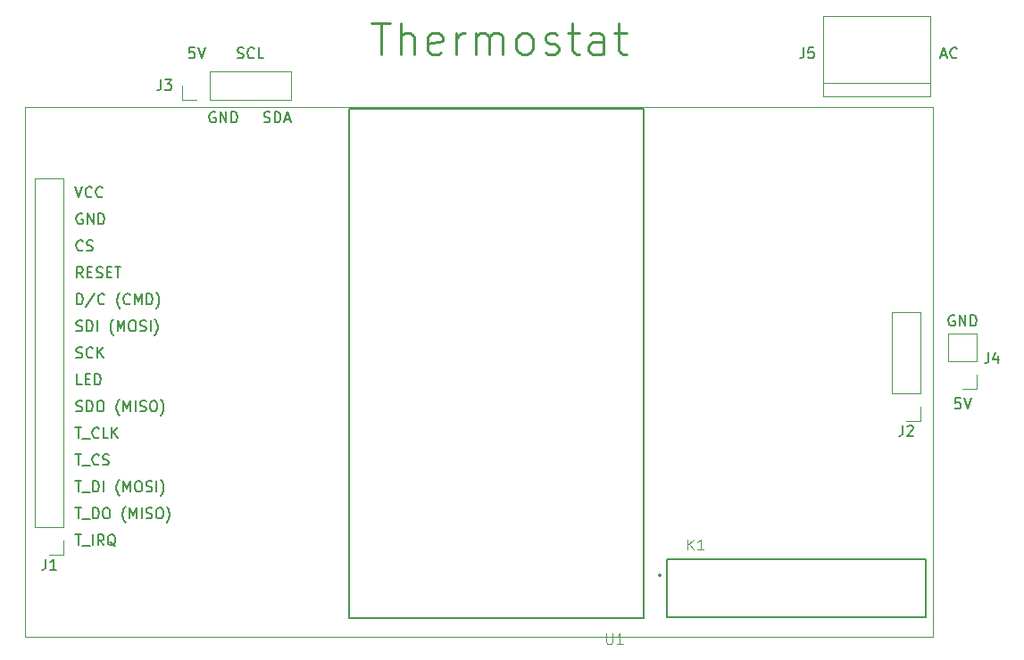
<source format=gbr>
G04 #@! TF.GenerationSoftware,KiCad,Pcbnew,5.1.4+dfsg1-1*
G04 #@! TF.CreationDate,2020-01-19T14:17:45-05:00*
G04 #@! TF.ProjectId,thermostat_master,74686572-6d6f-4737-9461-745f6d617374,rev?*
G04 #@! TF.SameCoordinates,Original*
G04 #@! TF.FileFunction,Legend,Top*
G04 #@! TF.FilePolarity,Positive*
%FSLAX46Y46*%
G04 Gerber Fmt 4.6, Leading zero omitted, Abs format (unit mm)*
G04 Created by KiCad (PCBNEW 5.1.4+dfsg1-1) date 2020-01-19 14:17:45*
%MOMM*%
%LPD*%
G04 APERTURE LIST*
%ADD10C,0.150000*%
%ADD11C,0.250000*%
%ADD12C,0.120000*%
%ADD13C,0.127000*%
%ADD14C,0.200000*%
%ADD15C,0.015000*%
G04 APERTURE END LIST*
D10*
X114746738Y-63460380D02*
X115080071Y-64460380D01*
X115413404Y-63460380D01*
X116318166Y-64365142D02*
X116270547Y-64412761D01*
X116127690Y-64460380D01*
X116032452Y-64460380D01*
X115889595Y-64412761D01*
X115794357Y-64317523D01*
X115746738Y-64222285D01*
X115699119Y-64031809D01*
X115699119Y-63888952D01*
X115746738Y-63698476D01*
X115794357Y-63603238D01*
X115889595Y-63508000D01*
X116032452Y-63460380D01*
X116127690Y-63460380D01*
X116270547Y-63508000D01*
X116318166Y-63555619D01*
X117318166Y-64365142D02*
X117270547Y-64412761D01*
X117127690Y-64460380D01*
X117032452Y-64460380D01*
X116889595Y-64412761D01*
X116794357Y-64317523D01*
X116746738Y-64222285D01*
X116699119Y-64031809D01*
X116699119Y-63888952D01*
X116746738Y-63698476D01*
X116794357Y-63603238D01*
X116889595Y-63508000D01*
X117032452Y-63460380D01*
X117127690Y-63460380D01*
X117270547Y-63508000D01*
X117318166Y-63555619D01*
X115461023Y-69445142D02*
X115413404Y-69492761D01*
X115270547Y-69540380D01*
X115175309Y-69540380D01*
X115032452Y-69492761D01*
X114937214Y-69397523D01*
X114889595Y-69302285D01*
X114841976Y-69111809D01*
X114841976Y-68968952D01*
X114889595Y-68778476D01*
X114937214Y-68683238D01*
X115032452Y-68588000D01*
X115175309Y-68540380D01*
X115270547Y-68540380D01*
X115413404Y-68588000D01*
X115461023Y-68635619D01*
X115841976Y-69492761D02*
X115984833Y-69540380D01*
X116222928Y-69540380D01*
X116318166Y-69492761D01*
X116365785Y-69445142D01*
X116413404Y-69349904D01*
X116413404Y-69254666D01*
X116365785Y-69159428D01*
X116318166Y-69111809D01*
X116222928Y-69064190D01*
X116032452Y-69016571D01*
X115937214Y-68968952D01*
X115889595Y-68921333D01*
X115841976Y-68826095D01*
X115841976Y-68730857D01*
X115889595Y-68635619D01*
X115937214Y-68588000D01*
X116032452Y-68540380D01*
X116270547Y-68540380D01*
X116413404Y-68588000D01*
X115461023Y-72080380D02*
X115127690Y-71604190D01*
X114889595Y-72080380D02*
X114889595Y-71080380D01*
X115270547Y-71080380D01*
X115365785Y-71128000D01*
X115413404Y-71175619D01*
X115461023Y-71270857D01*
X115461023Y-71413714D01*
X115413404Y-71508952D01*
X115365785Y-71556571D01*
X115270547Y-71604190D01*
X114889595Y-71604190D01*
X115889595Y-71556571D02*
X116222928Y-71556571D01*
X116365785Y-72080380D02*
X115889595Y-72080380D01*
X115889595Y-71080380D01*
X116365785Y-71080380D01*
X116746738Y-72032761D02*
X116889595Y-72080380D01*
X117127690Y-72080380D01*
X117222928Y-72032761D01*
X117270547Y-71985142D01*
X117318166Y-71889904D01*
X117318166Y-71794666D01*
X117270547Y-71699428D01*
X117222928Y-71651809D01*
X117127690Y-71604190D01*
X116937214Y-71556571D01*
X116841976Y-71508952D01*
X116794357Y-71461333D01*
X116746738Y-71366095D01*
X116746738Y-71270857D01*
X116794357Y-71175619D01*
X116841976Y-71128000D01*
X116937214Y-71080380D01*
X117175309Y-71080380D01*
X117318166Y-71128000D01*
X117746738Y-71556571D02*
X118080071Y-71556571D01*
X118222928Y-72080380D02*
X117746738Y-72080380D01*
X117746738Y-71080380D01*
X118222928Y-71080380D01*
X118508642Y-71080380D02*
X119080071Y-71080380D01*
X118794357Y-72080380D02*
X118794357Y-71080380D01*
X115413404Y-66048000D02*
X115318166Y-66000380D01*
X115175309Y-66000380D01*
X115032452Y-66048000D01*
X114937214Y-66143238D01*
X114889595Y-66238476D01*
X114841976Y-66428952D01*
X114841976Y-66571809D01*
X114889595Y-66762285D01*
X114937214Y-66857523D01*
X115032452Y-66952761D01*
X115175309Y-67000380D01*
X115270547Y-67000380D01*
X115413404Y-66952761D01*
X115461023Y-66905142D01*
X115461023Y-66571809D01*
X115270547Y-66571809D01*
X115889595Y-67000380D02*
X115889595Y-66000380D01*
X116461023Y-67000380D01*
X116461023Y-66000380D01*
X116937214Y-67000380D02*
X116937214Y-66000380D01*
X117175309Y-66000380D01*
X117318166Y-66048000D01*
X117413404Y-66143238D01*
X117461023Y-66238476D01*
X117508642Y-66428952D01*
X117508642Y-66571809D01*
X117461023Y-66762285D01*
X117413404Y-66857523D01*
X117318166Y-66952761D01*
X117175309Y-67000380D01*
X116937214Y-67000380D01*
X114841976Y-79652761D02*
X114984833Y-79700380D01*
X115222928Y-79700380D01*
X115318166Y-79652761D01*
X115365785Y-79605142D01*
X115413404Y-79509904D01*
X115413404Y-79414666D01*
X115365785Y-79319428D01*
X115318166Y-79271809D01*
X115222928Y-79224190D01*
X115032452Y-79176571D01*
X114937214Y-79128952D01*
X114889595Y-79081333D01*
X114841976Y-78986095D01*
X114841976Y-78890857D01*
X114889595Y-78795619D01*
X114937214Y-78748000D01*
X115032452Y-78700380D01*
X115270547Y-78700380D01*
X115413404Y-78748000D01*
X116413404Y-79605142D02*
X116365785Y-79652761D01*
X116222928Y-79700380D01*
X116127690Y-79700380D01*
X115984833Y-79652761D01*
X115889595Y-79557523D01*
X115841976Y-79462285D01*
X115794357Y-79271809D01*
X115794357Y-79128952D01*
X115841976Y-78938476D01*
X115889595Y-78843238D01*
X115984833Y-78748000D01*
X116127690Y-78700380D01*
X116222928Y-78700380D01*
X116365785Y-78748000D01*
X116413404Y-78795619D01*
X116841976Y-79700380D02*
X116841976Y-78700380D01*
X117413404Y-79700380D02*
X116984833Y-79128952D01*
X117413404Y-78700380D02*
X116841976Y-79271809D01*
X114841976Y-77112761D02*
X114984833Y-77160380D01*
X115222928Y-77160380D01*
X115318166Y-77112761D01*
X115365785Y-77065142D01*
X115413404Y-76969904D01*
X115413404Y-76874666D01*
X115365785Y-76779428D01*
X115318166Y-76731809D01*
X115222928Y-76684190D01*
X115032452Y-76636571D01*
X114937214Y-76588952D01*
X114889595Y-76541333D01*
X114841976Y-76446095D01*
X114841976Y-76350857D01*
X114889595Y-76255619D01*
X114937214Y-76208000D01*
X115032452Y-76160380D01*
X115270547Y-76160380D01*
X115413404Y-76208000D01*
X115841976Y-77160380D02*
X115841976Y-76160380D01*
X116080071Y-76160380D01*
X116222928Y-76208000D01*
X116318166Y-76303238D01*
X116365785Y-76398476D01*
X116413404Y-76588952D01*
X116413404Y-76731809D01*
X116365785Y-76922285D01*
X116318166Y-77017523D01*
X116222928Y-77112761D01*
X116080071Y-77160380D01*
X115841976Y-77160380D01*
X116841976Y-77160380D02*
X116841976Y-76160380D01*
X118365785Y-77541333D02*
X118318166Y-77493714D01*
X118222928Y-77350857D01*
X118175309Y-77255619D01*
X118127690Y-77112761D01*
X118080071Y-76874666D01*
X118080071Y-76684190D01*
X118127690Y-76446095D01*
X118175309Y-76303238D01*
X118222928Y-76208000D01*
X118318166Y-76065142D01*
X118365785Y-76017523D01*
X118746738Y-77160380D02*
X118746738Y-76160380D01*
X119080071Y-76874666D01*
X119413404Y-76160380D01*
X119413404Y-77160380D01*
X120080071Y-76160380D02*
X120270547Y-76160380D01*
X120365785Y-76208000D01*
X120461023Y-76303238D01*
X120508642Y-76493714D01*
X120508642Y-76827047D01*
X120461023Y-77017523D01*
X120365785Y-77112761D01*
X120270547Y-77160380D01*
X120080071Y-77160380D01*
X119984833Y-77112761D01*
X119889595Y-77017523D01*
X119841976Y-76827047D01*
X119841976Y-76493714D01*
X119889595Y-76303238D01*
X119984833Y-76208000D01*
X120080071Y-76160380D01*
X120889595Y-77112761D02*
X121032452Y-77160380D01*
X121270547Y-77160380D01*
X121365785Y-77112761D01*
X121413404Y-77065142D01*
X121461023Y-76969904D01*
X121461023Y-76874666D01*
X121413404Y-76779428D01*
X121365785Y-76731809D01*
X121270547Y-76684190D01*
X121080071Y-76636571D01*
X120984833Y-76588952D01*
X120937214Y-76541333D01*
X120889595Y-76446095D01*
X120889595Y-76350857D01*
X120937214Y-76255619D01*
X120984833Y-76208000D01*
X121080071Y-76160380D01*
X121318166Y-76160380D01*
X121461023Y-76208000D01*
X121889595Y-77160380D02*
X121889595Y-76160380D01*
X122270547Y-77541333D02*
X122318166Y-77493714D01*
X122413404Y-77350857D01*
X122461023Y-77255619D01*
X122508642Y-77112761D01*
X122556261Y-76874666D01*
X122556261Y-76684190D01*
X122508642Y-76446095D01*
X122461023Y-76303238D01*
X122413404Y-76208000D01*
X122318166Y-76065142D01*
X122270547Y-76017523D01*
X115365785Y-82240380D02*
X114889595Y-82240380D01*
X114889595Y-81240380D01*
X115699119Y-81716571D02*
X116032452Y-81716571D01*
X116175309Y-82240380D02*
X115699119Y-82240380D01*
X115699119Y-81240380D01*
X116175309Y-81240380D01*
X116603880Y-82240380D02*
X116603880Y-81240380D01*
X116841976Y-81240380D01*
X116984833Y-81288000D01*
X117080071Y-81383238D01*
X117127690Y-81478476D01*
X117175309Y-81668952D01*
X117175309Y-81811809D01*
X117127690Y-82002285D01*
X117080071Y-82097523D01*
X116984833Y-82192761D01*
X116841976Y-82240380D01*
X116603880Y-82240380D01*
X114841976Y-84732761D02*
X114984833Y-84780380D01*
X115222928Y-84780380D01*
X115318166Y-84732761D01*
X115365785Y-84685142D01*
X115413404Y-84589904D01*
X115413404Y-84494666D01*
X115365785Y-84399428D01*
X115318166Y-84351809D01*
X115222928Y-84304190D01*
X115032452Y-84256571D01*
X114937214Y-84208952D01*
X114889595Y-84161333D01*
X114841976Y-84066095D01*
X114841976Y-83970857D01*
X114889595Y-83875619D01*
X114937214Y-83828000D01*
X115032452Y-83780380D01*
X115270547Y-83780380D01*
X115413404Y-83828000D01*
X115841976Y-84780380D02*
X115841976Y-83780380D01*
X116080071Y-83780380D01*
X116222928Y-83828000D01*
X116318166Y-83923238D01*
X116365785Y-84018476D01*
X116413404Y-84208952D01*
X116413404Y-84351809D01*
X116365785Y-84542285D01*
X116318166Y-84637523D01*
X116222928Y-84732761D01*
X116080071Y-84780380D01*
X115841976Y-84780380D01*
X117032452Y-83780380D02*
X117222928Y-83780380D01*
X117318166Y-83828000D01*
X117413404Y-83923238D01*
X117461023Y-84113714D01*
X117461023Y-84447047D01*
X117413404Y-84637523D01*
X117318166Y-84732761D01*
X117222928Y-84780380D01*
X117032452Y-84780380D01*
X116937214Y-84732761D01*
X116841976Y-84637523D01*
X116794357Y-84447047D01*
X116794357Y-84113714D01*
X116841976Y-83923238D01*
X116937214Y-83828000D01*
X117032452Y-83780380D01*
X118937214Y-85161333D02*
X118889595Y-85113714D01*
X118794357Y-84970857D01*
X118746738Y-84875619D01*
X118699119Y-84732761D01*
X118651500Y-84494666D01*
X118651500Y-84304190D01*
X118699119Y-84066095D01*
X118746738Y-83923238D01*
X118794357Y-83828000D01*
X118889595Y-83685142D01*
X118937214Y-83637523D01*
X119318166Y-84780380D02*
X119318166Y-83780380D01*
X119651500Y-84494666D01*
X119984833Y-83780380D01*
X119984833Y-84780380D01*
X120461023Y-84780380D02*
X120461023Y-83780380D01*
X120889595Y-84732761D02*
X121032452Y-84780380D01*
X121270547Y-84780380D01*
X121365785Y-84732761D01*
X121413404Y-84685142D01*
X121461023Y-84589904D01*
X121461023Y-84494666D01*
X121413404Y-84399428D01*
X121365785Y-84351809D01*
X121270547Y-84304190D01*
X121080071Y-84256571D01*
X120984833Y-84208952D01*
X120937214Y-84161333D01*
X120889595Y-84066095D01*
X120889595Y-83970857D01*
X120937214Y-83875619D01*
X120984833Y-83828000D01*
X121080071Y-83780380D01*
X121318166Y-83780380D01*
X121461023Y-83828000D01*
X122080071Y-83780380D02*
X122270547Y-83780380D01*
X122365785Y-83828000D01*
X122461023Y-83923238D01*
X122508642Y-84113714D01*
X122508642Y-84447047D01*
X122461023Y-84637523D01*
X122365785Y-84732761D01*
X122270547Y-84780380D01*
X122080071Y-84780380D01*
X121984833Y-84732761D01*
X121889595Y-84637523D01*
X121841976Y-84447047D01*
X121841976Y-84113714D01*
X121889595Y-83923238D01*
X121984833Y-83828000D01*
X122080071Y-83780380D01*
X122841976Y-85161333D02*
X122889595Y-85113714D01*
X122984833Y-84970857D01*
X123032452Y-84875619D01*
X123080071Y-84732761D01*
X123127690Y-84494666D01*
X123127690Y-84304190D01*
X123080071Y-84066095D01*
X123032452Y-83923238D01*
X122984833Y-83828000D01*
X122889595Y-83685142D01*
X122841976Y-83637523D01*
X114889595Y-74620380D02*
X114889595Y-73620380D01*
X115127690Y-73620380D01*
X115270547Y-73668000D01*
X115365785Y-73763238D01*
X115413404Y-73858476D01*
X115461023Y-74048952D01*
X115461023Y-74191809D01*
X115413404Y-74382285D01*
X115365785Y-74477523D01*
X115270547Y-74572761D01*
X115127690Y-74620380D01*
X114889595Y-74620380D01*
X116603880Y-73572761D02*
X115746738Y-74858476D01*
X117508642Y-74525142D02*
X117461023Y-74572761D01*
X117318166Y-74620380D01*
X117222928Y-74620380D01*
X117080071Y-74572761D01*
X116984833Y-74477523D01*
X116937214Y-74382285D01*
X116889595Y-74191809D01*
X116889595Y-74048952D01*
X116937214Y-73858476D01*
X116984833Y-73763238D01*
X117080071Y-73668000D01*
X117222928Y-73620380D01*
X117318166Y-73620380D01*
X117461023Y-73668000D01*
X117508642Y-73715619D01*
X118984833Y-75001333D02*
X118937214Y-74953714D01*
X118841976Y-74810857D01*
X118794357Y-74715619D01*
X118746738Y-74572761D01*
X118699119Y-74334666D01*
X118699119Y-74144190D01*
X118746738Y-73906095D01*
X118794357Y-73763238D01*
X118841976Y-73668000D01*
X118937214Y-73525142D01*
X118984833Y-73477523D01*
X119937214Y-74525142D02*
X119889595Y-74572761D01*
X119746738Y-74620380D01*
X119651500Y-74620380D01*
X119508642Y-74572761D01*
X119413404Y-74477523D01*
X119365785Y-74382285D01*
X119318166Y-74191809D01*
X119318166Y-74048952D01*
X119365785Y-73858476D01*
X119413404Y-73763238D01*
X119508642Y-73668000D01*
X119651500Y-73620380D01*
X119746738Y-73620380D01*
X119889595Y-73668000D01*
X119937214Y-73715619D01*
X120365785Y-74620380D02*
X120365785Y-73620380D01*
X120699119Y-74334666D01*
X121032452Y-73620380D01*
X121032452Y-74620380D01*
X121508642Y-74620380D02*
X121508642Y-73620380D01*
X121746738Y-73620380D01*
X121889595Y-73668000D01*
X121984833Y-73763238D01*
X122032452Y-73858476D01*
X122080071Y-74048952D01*
X122080071Y-74191809D01*
X122032452Y-74382285D01*
X121984833Y-74477523D01*
X121889595Y-74572761D01*
X121746738Y-74620380D01*
X121508642Y-74620380D01*
X122413404Y-75001333D02*
X122461023Y-74953714D01*
X122556261Y-74810857D01*
X122603880Y-74715619D01*
X122651500Y-74572761D01*
X122699119Y-74334666D01*
X122699119Y-74144190D01*
X122651500Y-73906095D01*
X122603880Y-73763238D01*
X122556261Y-73668000D01*
X122461023Y-73525142D01*
X122413404Y-73477523D01*
X114746738Y-86320380D02*
X115318166Y-86320380D01*
X115032452Y-87320380D02*
X115032452Y-86320380D01*
X115413404Y-87415619D02*
X116175309Y-87415619D01*
X116984833Y-87225142D02*
X116937214Y-87272761D01*
X116794357Y-87320380D01*
X116699119Y-87320380D01*
X116556261Y-87272761D01*
X116461023Y-87177523D01*
X116413404Y-87082285D01*
X116365785Y-86891809D01*
X116365785Y-86748952D01*
X116413404Y-86558476D01*
X116461023Y-86463238D01*
X116556261Y-86368000D01*
X116699119Y-86320380D01*
X116794357Y-86320380D01*
X116937214Y-86368000D01*
X116984833Y-86415619D01*
X117889595Y-87320380D02*
X117413404Y-87320380D01*
X117413404Y-86320380D01*
X118222928Y-87320380D02*
X118222928Y-86320380D01*
X118794357Y-87320380D02*
X118365785Y-86748952D01*
X118794357Y-86320380D02*
X118222928Y-86891809D01*
X114746738Y-88860380D02*
X115318166Y-88860380D01*
X115032452Y-89860380D02*
X115032452Y-88860380D01*
X115413404Y-89955619D02*
X116175309Y-89955619D01*
X116984833Y-89765142D02*
X116937214Y-89812761D01*
X116794357Y-89860380D01*
X116699119Y-89860380D01*
X116556261Y-89812761D01*
X116461023Y-89717523D01*
X116413404Y-89622285D01*
X116365785Y-89431809D01*
X116365785Y-89288952D01*
X116413404Y-89098476D01*
X116461023Y-89003238D01*
X116556261Y-88908000D01*
X116699119Y-88860380D01*
X116794357Y-88860380D01*
X116937214Y-88908000D01*
X116984833Y-88955619D01*
X117365785Y-89812761D02*
X117508642Y-89860380D01*
X117746738Y-89860380D01*
X117841976Y-89812761D01*
X117889595Y-89765142D01*
X117937214Y-89669904D01*
X117937214Y-89574666D01*
X117889595Y-89479428D01*
X117841976Y-89431809D01*
X117746738Y-89384190D01*
X117556261Y-89336571D01*
X117461023Y-89288952D01*
X117413404Y-89241333D01*
X117365785Y-89146095D01*
X117365785Y-89050857D01*
X117413404Y-88955619D01*
X117461023Y-88908000D01*
X117556261Y-88860380D01*
X117794357Y-88860380D01*
X117937214Y-88908000D01*
X114746738Y-91400380D02*
X115318166Y-91400380D01*
X115032452Y-92400380D02*
X115032452Y-91400380D01*
X115413404Y-92495619D02*
X116175309Y-92495619D01*
X116413404Y-92400380D02*
X116413404Y-91400380D01*
X116651500Y-91400380D01*
X116794357Y-91448000D01*
X116889595Y-91543238D01*
X116937214Y-91638476D01*
X116984833Y-91828952D01*
X116984833Y-91971809D01*
X116937214Y-92162285D01*
X116889595Y-92257523D01*
X116794357Y-92352761D01*
X116651500Y-92400380D01*
X116413404Y-92400380D01*
X117413404Y-92400380D02*
X117413404Y-91400380D01*
X118937214Y-92781333D02*
X118889595Y-92733714D01*
X118794357Y-92590857D01*
X118746738Y-92495619D01*
X118699119Y-92352761D01*
X118651500Y-92114666D01*
X118651500Y-91924190D01*
X118699119Y-91686095D01*
X118746738Y-91543238D01*
X118794357Y-91448000D01*
X118889595Y-91305142D01*
X118937214Y-91257523D01*
X119318166Y-92400380D02*
X119318166Y-91400380D01*
X119651500Y-92114666D01*
X119984833Y-91400380D01*
X119984833Y-92400380D01*
X120651500Y-91400380D02*
X120841976Y-91400380D01*
X120937214Y-91448000D01*
X121032452Y-91543238D01*
X121080071Y-91733714D01*
X121080071Y-92067047D01*
X121032452Y-92257523D01*
X120937214Y-92352761D01*
X120841976Y-92400380D01*
X120651500Y-92400380D01*
X120556261Y-92352761D01*
X120461023Y-92257523D01*
X120413404Y-92067047D01*
X120413404Y-91733714D01*
X120461023Y-91543238D01*
X120556261Y-91448000D01*
X120651500Y-91400380D01*
X121461023Y-92352761D02*
X121603880Y-92400380D01*
X121841976Y-92400380D01*
X121937214Y-92352761D01*
X121984833Y-92305142D01*
X122032452Y-92209904D01*
X122032452Y-92114666D01*
X121984833Y-92019428D01*
X121937214Y-91971809D01*
X121841976Y-91924190D01*
X121651500Y-91876571D01*
X121556261Y-91828952D01*
X121508642Y-91781333D01*
X121461023Y-91686095D01*
X121461023Y-91590857D01*
X121508642Y-91495619D01*
X121556261Y-91448000D01*
X121651500Y-91400380D01*
X121889595Y-91400380D01*
X122032452Y-91448000D01*
X122461023Y-92400380D02*
X122461023Y-91400380D01*
X122841976Y-92781333D02*
X122889595Y-92733714D01*
X122984833Y-92590857D01*
X123032452Y-92495619D01*
X123080071Y-92352761D01*
X123127690Y-92114666D01*
X123127690Y-91924190D01*
X123080071Y-91686095D01*
X123032452Y-91543238D01*
X122984833Y-91448000D01*
X122889595Y-91305142D01*
X122841976Y-91257523D01*
D11*
X142868571Y-47887142D02*
X144582857Y-47887142D01*
X143725714Y-50887142D02*
X143725714Y-47887142D01*
X145582857Y-50887142D02*
X145582857Y-47887142D01*
X146868571Y-50887142D02*
X146868571Y-49315714D01*
X146725714Y-49030000D01*
X146440000Y-48887142D01*
X146011428Y-48887142D01*
X145725714Y-49030000D01*
X145582857Y-49172857D01*
X149440000Y-50744285D02*
X149154285Y-50887142D01*
X148582857Y-50887142D01*
X148297142Y-50744285D01*
X148154285Y-50458571D01*
X148154285Y-49315714D01*
X148297142Y-49030000D01*
X148582857Y-48887142D01*
X149154285Y-48887142D01*
X149440000Y-49030000D01*
X149582857Y-49315714D01*
X149582857Y-49601428D01*
X148154285Y-49887142D01*
X150868571Y-50887142D02*
X150868571Y-48887142D01*
X150868571Y-49458571D02*
X151011428Y-49172857D01*
X151154285Y-49030000D01*
X151440000Y-48887142D01*
X151725714Y-48887142D01*
X152725714Y-50887142D02*
X152725714Y-48887142D01*
X152725714Y-49172857D02*
X152868571Y-49030000D01*
X153154285Y-48887142D01*
X153582857Y-48887142D01*
X153868571Y-49030000D01*
X154011428Y-49315714D01*
X154011428Y-50887142D01*
X154011428Y-49315714D02*
X154154285Y-49030000D01*
X154440000Y-48887142D01*
X154868571Y-48887142D01*
X155154285Y-49030000D01*
X155297142Y-49315714D01*
X155297142Y-50887142D01*
X157154285Y-50887142D02*
X156868571Y-50744285D01*
X156725714Y-50601428D01*
X156582857Y-50315714D01*
X156582857Y-49458571D01*
X156725714Y-49172857D01*
X156868571Y-49030000D01*
X157154285Y-48887142D01*
X157582857Y-48887142D01*
X157868571Y-49030000D01*
X158011428Y-49172857D01*
X158154285Y-49458571D01*
X158154285Y-50315714D01*
X158011428Y-50601428D01*
X157868571Y-50744285D01*
X157582857Y-50887142D01*
X157154285Y-50887142D01*
X159297142Y-50744285D02*
X159582857Y-50887142D01*
X160154285Y-50887142D01*
X160440000Y-50744285D01*
X160582857Y-50458571D01*
X160582857Y-50315714D01*
X160440000Y-50030000D01*
X160154285Y-49887142D01*
X159725714Y-49887142D01*
X159440000Y-49744285D01*
X159297142Y-49458571D01*
X159297142Y-49315714D01*
X159440000Y-49030000D01*
X159725714Y-48887142D01*
X160154285Y-48887142D01*
X160440000Y-49030000D01*
X161440000Y-48887142D02*
X162582857Y-48887142D01*
X161868571Y-47887142D02*
X161868571Y-50458571D01*
X162011428Y-50744285D01*
X162297142Y-50887142D01*
X162582857Y-50887142D01*
X164868571Y-50887142D02*
X164868571Y-49315714D01*
X164725714Y-49030000D01*
X164440000Y-48887142D01*
X163868571Y-48887142D01*
X163582857Y-49030000D01*
X164868571Y-50744285D02*
X164582857Y-50887142D01*
X163868571Y-50887142D01*
X163582857Y-50744285D01*
X163440000Y-50458571D01*
X163440000Y-50172857D01*
X163582857Y-49887142D01*
X163868571Y-49744285D01*
X164582857Y-49744285D01*
X164868571Y-49601428D01*
X165868571Y-48887142D02*
X167011428Y-48887142D01*
X166297142Y-47887142D02*
X166297142Y-50458571D01*
X166440000Y-50744285D01*
X166725714Y-50887142D01*
X167011428Y-50887142D01*
D10*
X114746738Y-93940380D02*
X115318166Y-93940380D01*
X115032452Y-94940380D02*
X115032452Y-93940380D01*
X115413404Y-95035619D02*
X116175309Y-95035619D01*
X116413404Y-94940380D02*
X116413404Y-93940380D01*
X116651500Y-93940380D01*
X116794357Y-93988000D01*
X116889595Y-94083238D01*
X116937214Y-94178476D01*
X116984833Y-94368952D01*
X116984833Y-94511809D01*
X116937214Y-94702285D01*
X116889595Y-94797523D01*
X116794357Y-94892761D01*
X116651500Y-94940380D01*
X116413404Y-94940380D01*
X117603880Y-93940380D02*
X117794357Y-93940380D01*
X117889595Y-93988000D01*
X117984833Y-94083238D01*
X118032452Y-94273714D01*
X118032452Y-94607047D01*
X117984833Y-94797523D01*
X117889595Y-94892761D01*
X117794357Y-94940380D01*
X117603880Y-94940380D01*
X117508642Y-94892761D01*
X117413404Y-94797523D01*
X117365785Y-94607047D01*
X117365785Y-94273714D01*
X117413404Y-94083238D01*
X117508642Y-93988000D01*
X117603880Y-93940380D01*
X119508642Y-95321333D02*
X119461023Y-95273714D01*
X119365785Y-95130857D01*
X119318166Y-95035619D01*
X119270547Y-94892761D01*
X119222928Y-94654666D01*
X119222928Y-94464190D01*
X119270547Y-94226095D01*
X119318166Y-94083238D01*
X119365785Y-93988000D01*
X119461023Y-93845142D01*
X119508642Y-93797523D01*
X119889595Y-94940380D02*
X119889595Y-93940380D01*
X120222928Y-94654666D01*
X120556261Y-93940380D01*
X120556261Y-94940380D01*
X121032452Y-94940380D02*
X121032452Y-93940380D01*
X121461023Y-94892761D02*
X121603880Y-94940380D01*
X121841976Y-94940380D01*
X121937214Y-94892761D01*
X121984833Y-94845142D01*
X122032452Y-94749904D01*
X122032452Y-94654666D01*
X121984833Y-94559428D01*
X121937214Y-94511809D01*
X121841976Y-94464190D01*
X121651500Y-94416571D01*
X121556261Y-94368952D01*
X121508642Y-94321333D01*
X121461023Y-94226095D01*
X121461023Y-94130857D01*
X121508642Y-94035619D01*
X121556261Y-93988000D01*
X121651500Y-93940380D01*
X121889595Y-93940380D01*
X122032452Y-93988000D01*
X122651500Y-93940380D02*
X122841976Y-93940380D01*
X122937214Y-93988000D01*
X123032452Y-94083238D01*
X123080071Y-94273714D01*
X123080071Y-94607047D01*
X123032452Y-94797523D01*
X122937214Y-94892761D01*
X122841976Y-94940380D01*
X122651500Y-94940380D01*
X122556261Y-94892761D01*
X122461023Y-94797523D01*
X122413404Y-94607047D01*
X122413404Y-94273714D01*
X122461023Y-94083238D01*
X122556261Y-93988000D01*
X122651500Y-93940380D01*
X123413404Y-95321333D02*
X123461023Y-95273714D01*
X123556261Y-95130857D01*
X123603880Y-95035619D01*
X123651500Y-94892761D01*
X123699119Y-94654666D01*
X123699119Y-94464190D01*
X123651500Y-94226095D01*
X123603880Y-94083238D01*
X123556261Y-93988000D01*
X123461023Y-93845142D01*
X123413404Y-93797523D01*
X114746738Y-96480380D02*
X115318166Y-96480380D01*
X115032452Y-97480380D02*
X115032452Y-96480380D01*
X115413404Y-97575619D02*
X116175309Y-97575619D01*
X116413404Y-97480380D02*
X116413404Y-96480380D01*
X117461023Y-97480380D02*
X117127690Y-97004190D01*
X116889595Y-97480380D02*
X116889595Y-96480380D01*
X117270547Y-96480380D01*
X117365785Y-96528000D01*
X117413404Y-96575619D01*
X117461023Y-96670857D01*
X117461023Y-96813714D01*
X117413404Y-96908952D01*
X117365785Y-96956571D01*
X117270547Y-97004190D01*
X116889595Y-97004190D01*
X118556261Y-97575619D02*
X118461023Y-97528000D01*
X118365785Y-97432761D01*
X118222928Y-97289904D01*
X118127690Y-97242285D01*
X118032452Y-97242285D01*
X118080071Y-97480380D02*
X117984833Y-97432761D01*
X117889595Y-97337523D01*
X117841976Y-97147047D01*
X117841976Y-96813714D01*
X117889595Y-96623238D01*
X117984833Y-96528000D01*
X118080071Y-96480380D01*
X118270547Y-96480380D01*
X118365785Y-96528000D01*
X118461023Y-96623238D01*
X118508642Y-96813714D01*
X118508642Y-97147047D01*
X118461023Y-97337523D01*
X118365785Y-97432761D01*
X118270547Y-97480380D01*
X118080071Y-97480380D01*
X132643714Y-57300761D02*
X132786571Y-57348380D01*
X133024666Y-57348380D01*
X133119904Y-57300761D01*
X133167523Y-57253142D01*
X133215142Y-57157904D01*
X133215142Y-57062666D01*
X133167523Y-56967428D01*
X133119904Y-56919809D01*
X133024666Y-56872190D01*
X132834190Y-56824571D01*
X132738952Y-56776952D01*
X132691333Y-56729333D01*
X132643714Y-56634095D01*
X132643714Y-56538857D01*
X132691333Y-56443619D01*
X132738952Y-56396000D01*
X132834190Y-56348380D01*
X133072285Y-56348380D01*
X133215142Y-56396000D01*
X133643714Y-57348380D02*
X133643714Y-56348380D01*
X133881809Y-56348380D01*
X134024666Y-56396000D01*
X134119904Y-56491238D01*
X134167523Y-56586476D01*
X134215142Y-56776952D01*
X134215142Y-56919809D01*
X134167523Y-57110285D01*
X134119904Y-57205523D01*
X134024666Y-57300761D01*
X133881809Y-57348380D01*
X133643714Y-57348380D01*
X134596095Y-57062666D02*
X135072285Y-57062666D01*
X134500857Y-57348380D02*
X134834190Y-56348380D01*
X135167523Y-57348380D01*
X128016095Y-56396000D02*
X127920857Y-56348380D01*
X127778000Y-56348380D01*
X127635142Y-56396000D01*
X127539904Y-56491238D01*
X127492285Y-56586476D01*
X127444666Y-56776952D01*
X127444666Y-56919809D01*
X127492285Y-57110285D01*
X127539904Y-57205523D01*
X127635142Y-57300761D01*
X127778000Y-57348380D01*
X127873238Y-57348380D01*
X128016095Y-57300761D01*
X128063714Y-57253142D01*
X128063714Y-56919809D01*
X127873238Y-56919809D01*
X128492285Y-57348380D02*
X128492285Y-56348380D01*
X129063714Y-57348380D01*
X129063714Y-56348380D01*
X129539904Y-57348380D02*
X129539904Y-56348380D01*
X129778000Y-56348380D01*
X129920857Y-56396000D01*
X130016095Y-56491238D01*
X130063714Y-56586476D01*
X130111333Y-56776952D01*
X130111333Y-56919809D01*
X130063714Y-57110285D01*
X130016095Y-57205523D01*
X129920857Y-57300761D01*
X129778000Y-57348380D01*
X129539904Y-57348380D01*
X130127523Y-51204761D02*
X130270380Y-51252380D01*
X130508476Y-51252380D01*
X130603714Y-51204761D01*
X130651333Y-51157142D01*
X130698952Y-51061904D01*
X130698952Y-50966666D01*
X130651333Y-50871428D01*
X130603714Y-50823809D01*
X130508476Y-50776190D01*
X130318000Y-50728571D01*
X130222761Y-50680952D01*
X130175142Y-50633333D01*
X130127523Y-50538095D01*
X130127523Y-50442857D01*
X130175142Y-50347619D01*
X130222761Y-50300000D01*
X130318000Y-50252380D01*
X130556095Y-50252380D01*
X130698952Y-50300000D01*
X131698952Y-51157142D02*
X131651333Y-51204761D01*
X131508476Y-51252380D01*
X131413238Y-51252380D01*
X131270380Y-51204761D01*
X131175142Y-51109523D01*
X131127523Y-51014285D01*
X131079904Y-50823809D01*
X131079904Y-50680952D01*
X131127523Y-50490476D01*
X131175142Y-50395238D01*
X131270380Y-50300000D01*
X131413238Y-50252380D01*
X131508476Y-50252380D01*
X131651333Y-50300000D01*
X131698952Y-50347619D01*
X132603714Y-51252380D02*
X132127523Y-51252380D01*
X132127523Y-50252380D01*
X126047523Y-50252380D02*
X125571333Y-50252380D01*
X125523714Y-50728571D01*
X125571333Y-50680952D01*
X125666571Y-50633333D01*
X125904666Y-50633333D01*
X125999904Y-50680952D01*
X126047523Y-50728571D01*
X126095142Y-50823809D01*
X126095142Y-51061904D01*
X126047523Y-51157142D01*
X125999904Y-51204761D01*
X125904666Y-51252380D01*
X125666571Y-51252380D01*
X125571333Y-51204761D01*
X125523714Y-51157142D01*
X126380857Y-50252380D02*
X126714190Y-51252380D01*
X127047523Y-50252380D01*
X196873904Y-50966666D02*
X197350095Y-50966666D01*
X196778666Y-51252380D02*
X197112000Y-50252380D01*
X197445333Y-51252380D01*
X198350095Y-51157142D02*
X198302476Y-51204761D01*
X198159619Y-51252380D01*
X198064380Y-51252380D01*
X197921523Y-51204761D01*
X197826285Y-51109523D01*
X197778666Y-51014285D01*
X197731047Y-50823809D01*
X197731047Y-50680952D01*
X197778666Y-50490476D01*
X197826285Y-50395238D01*
X197921523Y-50300000D01*
X198064380Y-50252380D01*
X198159619Y-50252380D01*
X198302476Y-50300000D01*
X198350095Y-50347619D01*
X198691523Y-83526380D02*
X198215333Y-83526380D01*
X198167714Y-84002571D01*
X198215333Y-83954952D01*
X198310571Y-83907333D01*
X198548666Y-83907333D01*
X198643904Y-83954952D01*
X198691523Y-84002571D01*
X198739142Y-84097809D01*
X198739142Y-84335904D01*
X198691523Y-84431142D01*
X198643904Y-84478761D01*
X198548666Y-84526380D01*
X198310571Y-84526380D01*
X198215333Y-84478761D01*
X198167714Y-84431142D01*
X199024857Y-83526380D02*
X199358190Y-84526380D01*
X199691523Y-83526380D01*
X198120095Y-75700000D02*
X198024857Y-75652380D01*
X197882000Y-75652380D01*
X197739142Y-75700000D01*
X197643904Y-75795238D01*
X197596285Y-75890476D01*
X197548666Y-76080952D01*
X197548666Y-76223809D01*
X197596285Y-76414285D01*
X197643904Y-76509523D01*
X197739142Y-76604761D01*
X197882000Y-76652380D01*
X197977238Y-76652380D01*
X198120095Y-76604761D01*
X198167714Y-76557142D01*
X198167714Y-76223809D01*
X197977238Y-76223809D01*
X198596285Y-76652380D02*
X198596285Y-75652380D01*
X199167714Y-76652380D01*
X199167714Y-75652380D01*
X199643904Y-76652380D02*
X199643904Y-75652380D01*
X199882000Y-75652380D01*
X200024857Y-75700000D01*
X200120095Y-75795238D01*
X200167714Y-75890476D01*
X200215333Y-76080952D01*
X200215333Y-76223809D01*
X200167714Y-76414285D01*
X200120095Y-76509523D01*
X200024857Y-76604761D01*
X199882000Y-76652380D01*
X199643904Y-76652380D01*
D12*
X109982000Y-106172000D02*
X196088000Y-106172000D01*
X196088000Y-55880000D02*
X196088000Y-106172000D01*
X109982000Y-55880000D02*
X196088000Y-55880000D01*
X109982000Y-106172000D02*
X109982000Y-55880000D01*
X113598000Y-62678000D02*
X110938000Y-62678000D01*
X113598000Y-95758000D02*
X113598000Y-62678000D01*
X110938000Y-95758000D02*
X110938000Y-62678000D01*
X113598000Y-95758000D02*
X110938000Y-95758000D01*
X113598000Y-97028000D02*
X113598000Y-98358000D01*
X113598000Y-98358000D02*
X112268000Y-98358000D01*
X194878000Y-75378000D02*
X192218000Y-75378000D01*
X194878000Y-83058000D02*
X194878000Y-75378000D01*
X192218000Y-83058000D02*
X192218000Y-75378000D01*
X194878000Y-83058000D02*
X192218000Y-83058000D01*
X194878000Y-84328000D02*
X194878000Y-85658000D01*
X194878000Y-85658000D02*
X193548000Y-85658000D01*
X124908000Y-55178000D02*
X124908000Y-53848000D01*
X126238000Y-55178000D02*
X124908000Y-55178000D01*
X127508000Y-55178000D02*
X127508000Y-52518000D01*
X127508000Y-52518000D02*
X135188000Y-52518000D01*
X127508000Y-55178000D02*
X135188000Y-55178000D01*
X135188000Y-55178000D02*
X135188000Y-52518000D01*
X200212000Y-77410000D02*
X197552000Y-77410000D01*
X200212000Y-80010000D02*
X200212000Y-77410000D01*
X197552000Y-80010000D02*
X197552000Y-77410000D01*
X200212000Y-80010000D02*
X197552000Y-80010000D01*
X200212000Y-81280000D02*
X200212000Y-82610000D01*
X200212000Y-82610000D02*
X198882000Y-82610000D01*
X195834000Y-53594000D02*
X185674000Y-53594000D01*
X195834000Y-54864000D02*
X195834000Y-47244000D01*
X195834000Y-47244000D02*
X185674000Y-47244000D01*
X185674000Y-47244000D02*
X185674000Y-54864000D01*
X185674000Y-54864000D02*
X195834000Y-54864000D01*
D13*
X195384000Y-98850000D02*
X170884000Y-98850000D01*
X170884000Y-98850000D02*
X170884000Y-104350000D01*
X170884000Y-104350000D02*
X195384000Y-104350000D01*
X195384000Y-104350000D02*
X195384000Y-98850000D01*
D14*
X170280000Y-100330000D02*
G75*
G03X170280000Y-100330000I-100000J0D01*
G01*
D13*
X168636000Y-56062000D02*
X168656000Y-104394000D01*
X168656000Y-104394000D02*
X140756000Y-104394000D01*
X140716000Y-104394000D02*
X140736000Y-56062000D01*
X140736000Y-56062000D02*
X168636000Y-56062000D01*
D10*
X111934666Y-98810380D02*
X111934666Y-99524666D01*
X111887047Y-99667523D01*
X111791809Y-99762761D01*
X111648952Y-99810380D01*
X111553714Y-99810380D01*
X112934666Y-99810380D02*
X112363238Y-99810380D01*
X112648952Y-99810380D02*
X112648952Y-98810380D01*
X112553714Y-98953238D01*
X112458476Y-99048476D01*
X112363238Y-99096095D01*
X193214666Y-86110380D02*
X193214666Y-86824666D01*
X193167047Y-86967523D01*
X193071809Y-87062761D01*
X192928952Y-87110380D01*
X192833714Y-87110380D01*
X193643238Y-86205619D02*
X193690857Y-86158000D01*
X193786095Y-86110380D01*
X194024190Y-86110380D01*
X194119428Y-86158000D01*
X194167047Y-86205619D01*
X194214666Y-86300857D01*
X194214666Y-86396095D01*
X194167047Y-86538952D01*
X193595619Y-87110380D01*
X194214666Y-87110380D01*
X122856666Y-53300380D02*
X122856666Y-54014666D01*
X122809047Y-54157523D01*
X122713809Y-54252761D01*
X122570952Y-54300380D01*
X122475714Y-54300380D01*
X123237619Y-53300380D02*
X123856666Y-53300380D01*
X123523333Y-53681333D01*
X123666190Y-53681333D01*
X123761428Y-53728952D01*
X123809047Y-53776571D01*
X123856666Y-53871809D01*
X123856666Y-54109904D01*
X123809047Y-54205142D01*
X123761428Y-54252761D01*
X123666190Y-54300380D01*
X123380476Y-54300380D01*
X123285238Y-54252761D01*
X123237619Y-54205142D01*
X201342666Y-79208380D02*
X201342666Y-79922666D01*
X201295047Y-80065523D01*
X201199809Y-80160761D01*
X201056952Y-80208380D01*
X200961714Y-80208380D01*
X202247428Y-79541714D02*
X202247428Y-80208380D01*
X202009333Y-79160761D02*
X201771238Y-79875047D01*
X202390285Y-79875047D01*
X183816666Y-50252380D02*
X183816666Y-50966666D01*
X183769047Y-51109523D01*
X183673809Y-51204761D01*
X183530952Y-51252380D01*
X183435714Y-51252380D01*
X184769047Y-50252380D02*
X184292857Y-50252380D01*
X184245238Y-50728571D01*
X184292857Y-50680952D01*
X184388095Y-50633333D01*
X184626190Y-50633333D01*
X184721428Y-50680952D01*
X184769047Y-50728571D01*
X184816666Y-50823809D01*
X184816666Y-51061904D01*
X184769047Y-51157142D01*
X184721428Y-51204761D01*
X184626190Y-51252380D01*
X184388095Y-51252380D01*
X184292857Y-51204761D01*
X184245238Y-51157142D01*
D15*
X172806177Y-97912120D02*
X172806177Y-96910695D01*
X173378420Y-97912120D02*
X172949238Y-97339877D01*
X173378420Y-96910695D02*
X172806177Y-97482938D01*
X174332158Y-97912120D02*
X173759916Y-97912120D01*
X174046037Y-97912120D02*
X174046037Y-96910695D01*
X173950663Y-97053756D01*
X173855289Y-97149130D01*
X173759916Y-97196817D01*
X165099801Y-105878169D02*
X165099801Y-106688005D01*
X165147438Y-106783280D01*
X165195076Y-106830918D01*
X165290350Y-106878555D01*
X165480900Y-106878555D01*
X165576175Y-106830918D01*
X165623812Y-106783280D01*
X165671450Y-106688005D01*
X165671450Y-105878169D01*
X166671836Y-106878555D02*
X166100187Y-106878555D01*
X166386011Y-106878555D02*
X166386011Y-105878169D01*
X166290736Y-106021081D01*
X166195462Y-106116356D01*
X166100187Y-106163994D01*
M02*

</source>
